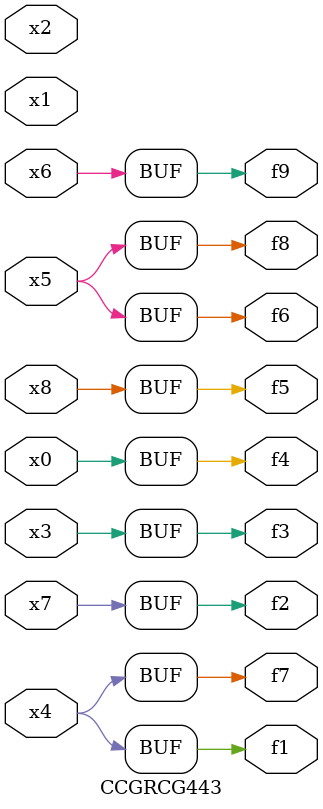
<source format=v>
module CCGRCG443(
	input x0, x1, x2, x3, x4, x5, x6, x7, x8,
	output f1, f2, f3, f4, f5, f6, f7, f8, f9
);
	assign f1 = x4;
	assign f2 = x7;
	assign f3 = x3;
	assign f4 = x0;
	assign f5 = x8;
	assign f6 = x5;
	assign f7 = x4;
	assign f8 = x5;
	assign f9 = x6;
endmodule

</source>
